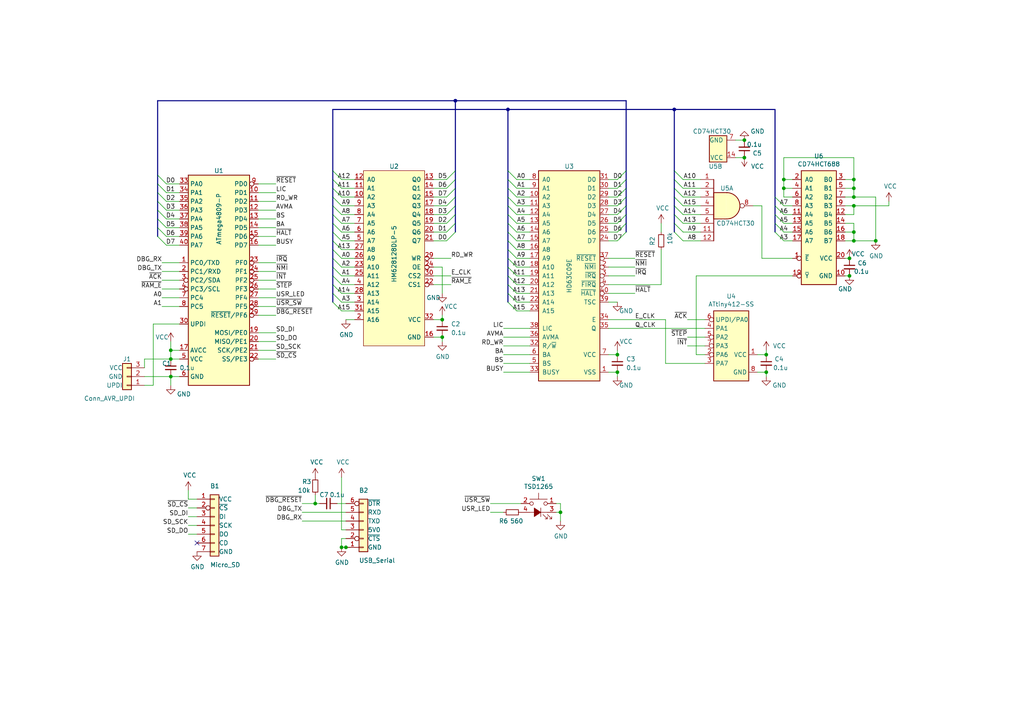
<source format=kicad_sch>
(kicad_sch (version 20211123) (generator eeschema)
  (paper "A4")
  (title_block (title "CyborgHD6309E Prototype4") (date "2021-02-05") (rev "5") (company "Tadashi G. Takaoka"))
  (lib_symbols
    (symbol "0-LocalLibrary:628128" (pin_names (offset 1.016))
      (property "Reference" "U" (at -1.27 26.67 0))
      (property "Value" "628128" (at 0 -1.27 90))
      (symbol "628128_0_0"
        (pin power_in line (at 11.43 -22.86 180) (length 2.54) (name "GND") (number "16"))
        (pin power_in line (at 11.43 -17.78 180) (length 2.54) (name "VCC") (number "32"))
      )
      (symbol "628128_1_1"
        (pin input line (at -11.43 17.78 0) (length 2.54) (name "A2") (number "10"))
        (pin input line (at -11.43 20.32 0) (length 2.54) (name "A1") (number "11"))
        (pin input line (at -11.43 22.86 0) (length 2.54) (name "A0") (number "12"))
        (pin bidirectional line (at 11.43 22.86 180) (length 2.54) (name "Q0") (number "13"))
        (pin bidirectional line (at 11.43 20.32 180) (length 2.54) (name "Q1") (number "14"))
        (pin bidirectional line (at 11.43 17.78 180) (length 2.54) (name "Q2") (number "15"))
        (pin bidirectional line (at 11.43 15.24 180) (length 2.54) (name "Q3") (number "17"))
        (pin bidirectional line (at 11.43 12.7 180) (length 2.54) (name "Q4") (number "18"))
        (pin bidirectional line (at 11.43 10.16 180) (length 2.54) (name "Q5") (number "19"))
        (pin input line (at -11.43 -17.78 0) (length 2.54) (name "A16") (number "2"))
        (pin bidirectional line (at 11.43 7.62 180) (length 2.54) (name "Q6") (number "20"))
        (pin bidirectional line (at 11.43 5.08 180) (length 2.54) (name "Q7") (number "21"))
        (pin input inverted (at 11.43 -7.62 180) (length 2.54) (name "CS1") (number "22"))
        (pin input line (at -11.43 -2.54 0) (length 2.54) (name "A10") (number "23"))
        (pin input inverted (at 11.43 -2.54 180) (length 2.54) (name "OE") (number "24"))
        (pin input line (at -11.43 -5.08 0) (length 2.54) (name "A11") (number "25"))
        (pin input line (at -11.43 0 0) (length 2.54) (name "A9") (number "26"))
        (pin input line (at -11.43 2.54 0) (length 2.54) (name "A8") (number "27"))
        (pin input line (at -11.43 -10.16 0) (length 2.54) (name "A13") (number "28"))
        (pin input inverted (at 11.43 0 180) (length 2.54) (name "WR") (number "29"))
        (pin input line (at -11.43 -12.7 0) (length 2.54) (name "A14") (number "3"))
        (pin input line (at 11.43 -5.08 180) (length 2.54) (name "CS2") (number "30"))
        (pin input line (at -11.43 -15.24 0) (length 2.54) (name "A15") (number "31"))
        (pin input line (at -11.43 -7.62 0) (length 2.54) (name "A12") (number "4"))
        (pin input line (at -11.43 5.08 0) (length 2.54) (name "A7") (number "5"))
        (pin input line (at -11.43 7.62 0) (length 2.54) (name "A6") (number "6"))
        (pin input line (at -11.43 10.16 0) (length 2.54) (name "A5") (number "7"))
        (pin input line (at -11.43 12.7 0) (length 2.54) (name "A4") (number "8"))
        (pin input line (at -11.43 15.24 0) (length 2.54) (name "A3") (number "9"))
      )
    )
    (symbol "0-LocalLibrary:74HC30" (pin_names (offset 1.016))
      (property "Reference" "U" (at -1.27 5.08 0))
      (property "Value" "74HC30" (at 0 -5.08 0))
      (symbol "74HC30_1_1"
        (pin input line (at -7.62 7.62 0) (length 3.81) (name "~") (number "1"))
        (pin input line (at -7.62 -7.62 0) (length 3.81) (name "~") (number "11"))
        (pin input line (at -7.62 -10.16 0) (length 3.81) (name "~") (number "12"))
        (pin input line (at -7.62 5.08 0) (length 3.81) (name "~") (number "2"))
        (pin input line (at -7.62 2.54 0) (length 3.81) (name "~") (number "3"))
        (pin input line (at -7.62 0 0) (length 3.81) (name "~") (number "4"))
        (pin input line (at -7.62 -2.54 0) (length 3.81) (name "~") (number "5"))
        (pin input line (at -7.62 -5.08 0) (length 3.81) (name "~") (number "6"))
        (pin output inverted (at 7.62 0 180) (length 3.81) (name "~") (number "8"))
      )
      (symbol "74HC30_1_2"
        (pin input inverted (at -7.62 7.62 0) (length 3.81) (name "~") (number "1"))
        (pin input inverted (at -7.62 -7.62 0) (length 3.81) (name "~") (number "11"))
        (pin input inverted (at -7.62 -10.16 0) (length 3.81) (name "~") (number "12"))
        (pin input inverted (at -7.62 5.08 0) (length 3.81) (name "~") (number "2"))
        (pin input inverted (at -7.62 2.54 0) (length 4.5466) (name "~") (number "3"))
        (pin input inverted (at -7.62 0 0) (length 5.08) (name "~") (number "4"))
        (pin input inverted (at -7.62 -2.54 0) (length 4.5466) (name "~") (number "5"))
        (pin input inverted (at -7.62 -5.08 0) (length 3.81) (name "~") (number "6"))
        (pin output line (at 7.62 0 180) (length 3.81) (name "~") (number "8"))
      )
      (symbol "74HC30_2_0"
        (pin power_in line (at -5.08 2.54 0) (length 2.54) (name "VCC") (number "14"))
        (pin power_in line (at -5.08 -2.54 0) (length 2.54) (name "GND") (number "7"))
      )
    )
    (symbol "0-LocalLibrary:ATmega4809-P"
      (property "Reference" "U" (at -1.27 30.48 0))
      (property "Value" "ATmega4809-P" (at -1.27 11.43 90))
      (symbol "ATmega4809-P_1_1"
        (pin output line (at -11.43 5.08 0) (length 2.54) (name "PC0/TXD") (number "1"))
        (pin input line (at 11.43 25.4 180) (length 2.54) (name "PD1") (number "10"))
        (pin input line (at 11.43 22.86 180) (length 2.54) (name "PD2") (number "11"))
        (pin input line (at 11.43 20.32 180) (length 2.54) (name "PD3") (number "12"))
        (pin input line (at 11.43 17.78 180) (length 2.54) (name "PD4") (number "13"))
        (pin input line (at 11.43 15.24 180) (length 2.54) (name "PD5") (number "14"))
        (pin output inverted (at 11.43 12.7 180) (length 2.54) (name "PD6") (number "15"))
        (pin input line (at 11.43 10.16 180) (length 2.54) (name "PD7") (number "16"))
        (pin power_in line (at -11.43 -20.32 0) (length 2.54) (name "AVCC") (number "17"))
        (pin power_in line (at -11.43 -27.94 0) (length 2.54) hide (name "GND") (number "18"))
        (pin output line (at 11.43 -15.24 180) (length 2.54) (name "MOSI/PE0") (number "19"))
        (pin input line (at -11.43 2.54 0) (length 2.54) (name "PC1/RXD") (number "2"))
        (pin input line (at 11.43 -17.78 180) (length 2.54) (name "MISO/PE1") (number "20"))
        (pin output line (at 11.43 -20.32 180) (length 2.54) (name "SCK/PE2") (number "21"))
        (pin output inverted (at 11.43 -22.86 180) (length 2.54) (name "SS/PE3") (number "22"))
        (pin output inverted (at 11.43 5.08 180) (length 2.54) (name "PF0") (number "23"))
        (pin output inverted (at 11.43 2.54 180) (length 2.54) (name "PF1") (number "24"))
        (pin input inverted (at 11.43 0 180) (length 2.54) (name "PF2") (number "25"))
        (pin output inverted (at 11.43 -2.54 180) (length 2.54) (name "PF3") (number "26"))
        (pin output line (at 11.43 -5.08 180) (length 2.54) (name "PF4") (number "27"))
        (pin input inverted (at 11.43 -7.62 180) (length 2.54) (name "PF5") (number "28"))
        (pin input inverted (at 11.43 -10.16 180) (length 2.54) (name "~{RESET}/PF6") (number "29"))
        (pin output inverted (at -11.43 0 0) (length 2.54) (name "PC2/SDA") (number "3"))
        (pin bidirectional line (at -11.43 -12.7 0) (length 2.54) (name "UPDI") (number "30"))
        (pin power_in line (at -11.43 -22.86 0) (length 2.54) hide (name "VCC") (number "31"))
        (pin power_in line (at -11.43 -27.94 0) (length 2.54) hide (name "GND") (number "32"))
        (pin bidirectional line (at -11.43 27.94 0) (length 2.54) (name "PA0") (number "33"))
        (pin bidirectional line (at -11.43 25.4 0) (length 2.54) (name "PA1") (number "34"))
        (pin bidirectional line (at -11.43 22.86 0) (length 2.54) (name "PA2") (number "35"))
        (pin bidirectional line (at -11.43 20.32 0) (length 2.54) (name "PA3") (number "36"))
        (pin bidirectional line (at -11.43 17.78 0) (length 2.54) (name "PA4") (number "37"))
        (pin bidirectional line (at -11.43 15.24 0) (length 2.54) (name "PA5") (number "38"))
        (pin bidirectional line (at -11.43 12.7 0) (length 2.54) (name "PA6") (number "39"))
        (pin output inverted (at -11.43 -2.54 0) (length 2.54) (name "PC3/SCL") (number "4"))
        (pin bidirectional line (at -11.43 10.16 0) (length 2.54) (name "PA7") (number "40"))
        (pin power_in line (at -11.43 -22.86 0) (length 2.54) (name "VCC") (number "5"))
        (pin power_in line (at -11.43 -27.94 0) (length 2.54) (name "GND") (number "6"))
        (pin input line (at -11.43 -5.08 0) (length 2.54) (name "PC4") (number "7"))
        (pin input line (at -11.43 -7.62 0) (length 2.54) (name "PC5") (number "8"))
        (pin output inverted (at 11.43 27.94 180) (length 2.54) (name "PD0") (number "9"))
      )
    )
    (symbol "0-LocalLibrary:ATtiny412-SS"
      (property "Reference" "U" (at -1.27 11.43 0))
      (property "Value" "ATtiny412-SS" (at -5.08 -11.43 0))
      (symbol "ATtiny412-SS_1_1"
        (pin power_in line (at -7.62 -2.54 0) (length 2.54) (name "VCC") (number "1"))
        (pin input inverted (at 7.62 -2.54 180) (length 2.54) (name "PA6") (number "2"))
        (pin output line (at 7.62 -5.08 180) (length 2.54) (name "PA7") (number "3"))
        (pin output line (at 7.62 5.08 180) (length 2.54) (name "PA1") (number "4"))
        (pin input inverted (at 7.62 2.54 180) (length 2.54) (name "PA2") (number "5"))
        (pin bidirectional inverted (at 7.62 7.62 180) (length 2.54) (name "UPDI/PA0") (number "6"))
        (pin output inverted (at 7.62 0 180) (length 2.54) (name "PA3") (number "7"))
        (pin power_in line (at -7.62 -7.62 0) (length 2.54) (name "GND") (number "8"))
      )
    )
    (symbol "0-LocalLibrary:CD74HCT688" (pin_names (offset 1.016))
      (property "Reference" "U" (at -1.27 17.78 0))
      (property "Value" "CD74HCT688" (at 0 0 90))
      (symbol "CD74HCT688_1_0"
        (pin input inverted (at 7.62 -8.89 180) (length 2.54) (name "~{E}") (number "1"))
        (pin power_in line (at -7.62 -13.97 0) (length 2.54) (name "GND") (number "10"))
        (pin input line (at 7.62 3.81 180) (length 2.54) (name "A4") (number "11"))
        (pin input line (at -7.62 3.81 0) (length 2.54) (name "B4") (number "12"))
        (pin input line (at 7.62 1.27 180) (length 2.54) (name "A5") (number "13"))
        (pin input line (at -7.62 1.27 0) (length 2.54) (name "B5") (number "14"))
        (pin input line (at 7.62 -1.27 180) (length 2.54) (name "A6") (number "15"))
        (pin input line (at -7.62 -1.27 0) (length 2.54) (name "B6") (number "16"))
        (pin input line (at 7.62 -3.81 180) (length 2.54) (name "A7") (number "17"))
        (pin input line (at -7.62 -3.81 0) (length 2.54) (name "B7") (number "18"))
        (pin output inverted (at 7.62 -13.97 180) (length 2.54) (name "~{Y}") (number "19"))
        (pin input line (at 7.62 13.97 180) (length 2.54) (name "A0") (number "2"))
        (pin power_in line (at -7.62 -8.89 0) (length 2.54) (name "VCC") (number "20"))
        (pin input line (at -7.62 13.97 0) (length 2.54) (name "B0") (number "3"))
        (pin input line (at 7.62 11.43 180) (length 2.54) (name "A1") (number "4"))
        (pin input line (at -7.62 11.43 0) (length 2.54) (name "B1") (number "5"))
        (pin input line (at 7.62 8.89 180) (length 2.54) (name "A2") (number "6"))
        (pin input line (at -7.62 8.89 0) (length 2.54) (name "B2") (number "7"))
        (pin input line (at 7.62 6.35 180) (length 2.54) (name "A3") (number "8"))
        (pin input line (at -7.62 6.35 0) (length 2.54) (name "B3") (number "9"))
      )
    )
    (symbol "0-LocalLibrary:Conn_AVR_UPDI" (pin_names (offset 2.54))
      (property "Reference" "J" (at 0 7.62 0))
      (property "Value" "Conn_AVR_UPDI" (at 0 -2.54 0))
      (symbol "Conn_AVR_UPDI_1_1"
        (pin bidirectional line (at -5.08 5.08 0) (length 3.81) (name "UPDI") (number "1"))
        (pin passive line (at -5.08 2.54 0) (length 3.81) (name "GND") (number "2"))
        (pin passive line (at -5.08 0 0) (length 3.81) (name "VCC") (number "3"))
      )
    )
    (symbol "0-LocalLibrary:HD63C09E" (pin_names (offset 1.016))
      (property "Reference" "U" (at 0 31.75 0))
      (property "Value" "HD63C09E" (at 0 3.81 90))
      (symbol "HD63C09E_1_1"
        (pin power_in line (at -11.43 -27.94 0) (length 2.54) (name "VSS") (number "1"))
        (pin output line (at 11.43 22.86 180) (length 2.54) (name "A2") (number "10"))
        (pin output line (at 11.43 20.32 180) (length 2.54) (name "A3") (number "11"))
        (pin output line (at 11.43 17.78 180) (length 2.54) (name "A4") (number "12"))
        (pin output line (at 11.43 15.24 180) (length 2.54) (name "A5") (number "13"))
        (pin output line (at 11.43 12.7 180) (length 2.54) (name "A6") (number "14"))
        (pin output line (at 11.43 10.16 180) (length 2.54) (name "A7") (number "15"))
        (pin output line (at 11.43 7.62 180) (length 2.54) (name "A8") (number "16"))
        (pin output line (at 11.43 5.08 180) (length 2.54) (name "A9") (number "17"))
        (pin output line (at 11.43 2.54 180) (length 2.54) (name "A10") (number "18"))
        (pin output line (at 11.43 0 180) (length 2.54) (name "A11") (number "19"))
        (pin input inverted (at -11.43 2.54 0) (length 2.54) (name "~{NMI}") (number "2"))
        (pin output line (at 11.43 -2.54 180) (length 2.54) (name "A12") (number "20"))
        (pin output line (at 11.43 -5.08 180) (length 2.54) (name "A13") (number "21"))
        (pin output line (at 11.43 -7.62 180) (length 2.54) (name "A14") (number "22"))
        (pin output line (at 11.43 -10.16 180) (length 2.54) (name "A15") (number "23"))
        (pin bidirectional line (at -11.43 10.16 0) (length 2.54) (name "D7") (number "24"))
        (pin bidirectional line (at -11.43 12.7 0) (length 2.54) (name "D6") (number "25"))
        (pin bidirectional line (at -11.43 15.24 0) (length 2.54) (name "D5") (number "26"))
        (pin bidirectional line (at -11.43 17.78 0) (length 2.54) (name "D4") (number "27"))
        (pin bidirectional line (at -11.43 20.32 0) (length 2.54) (name "D3") (number "28"))
        (pin bidirectional line (at -11.43 22.86 0) (length 2.54) (name "D2") (number "29"))
        (pin input inverted (at -11.43 0 0) (length 2.54) (name "~{IRQ}") (number "3"))
        (pin bidirectional line (at -11.43 25.4 0) (length 2.54) (name "D1") (number "30"))
        (pin bidirectional line (at -11.43 27.94 0) (length 2.54) (name "D0") (number "31"))
        (pin output line (at 11.43 -20.32 180) (length 2.54) (name "R/~{W}") (number "32"))
        (pin output line (at 11.43 -27.94 180) (length 2.54) (name "BUSY") (number "33"))
        (pin input line (at -11.43 -12.7 0) (length 2.54) (name "E") (number "34"))
        (pin input line (at -11.43 -15.24 0) (length 2.54) (name "Q") (number "35"))
        (pin output line (at 11.43 -17.78 180) (length 2.54) (name "AVMA") (number "36"))
        (pin input inverted (at -11.43 5.08 0) (length 2.54) (name "~{RESET}") (number "37"))
        (pin output line (at 11.43 -15.24 180) (length 2.54) (name "LIC") (number "38"))
        (pin input line (at -11.43 -7.62 0) (length 2.54) (name "TSC") (number "39"))
        (pin input inverted (at -11.43 -2.54 0) (length 2.54) (name "~{FIRQ}") (number "4"))
        (pin input inverted (at -11.43 -5.08 0) (length 2.54) (name "~{HALT}") (number "40"))
        (pin output line (at 11.43 -25.4 180) (length 2.54) (name "BS") (number "5"))
        (pin output line (at 11.43 -22.86 180) (length 2.54) (name "BA") (number "6"))
        (pin power_in line (at -11.43 -22.86 0) (length 2.54) (name "VCC") (number "7"))
        (pin output line (at 11.43 27.94 180) (length 2.54) (name "A0") (number "8"))
        (pin output line (at 11.43 25.4 180) (length 2.54) (name "A1") (number "9"))
      )
    )
    (symbol "0-LocalLibrary:Micro_SD" (pin_names (offset 2.54))
      (property "Reference" "B" (at 0 10.16 0))
      (property "Value" "Micro_SD" (at 0 -10.16 0))
      (symbol "Micro_SD_1_1"
        (pin power_in line (at -5.08 7.62 0) (length 3.81) (name "VCC") (number "1"))
        (pin input inverted (at -5.08 5.08 0) (length 3.81) (name "~{CS}") (number "2"))
        (pin input line (at -5.08 2.54 0) (length 3.81) (name "DI") (number "3"))
        (pin input line (at -5.08 0 0) (length 3.81) (name "SCK") (number "4"))
        (pin output line (at -5.08 -2.54 0) (length 3.81) (name "DO") (number "5"))
        (pin output line (at -5.08 -5.08 0) (length 3.81) (name "CD") (number "6"))
        (pin power_in line (at -5.08 -7.62 0) (length 3.81) (name "GND") (number "7"))
      )
    )
    (symbol "0-LocalLibrary:SW_Push_LED" (pin_names (offset 1.016) hide)
      (property "Reference" "SW" (at 0.635 5.715 0))
      (property "Value" "SW_Push_LED" (at 0 -3.175 0))
      (symbol "SW_Push_LED_0_1"
        (pin passive line (at -5.08 2.54 0) (length 2.54) (name "1") (number "1"))
        (pin passive line (at 5.08 2.54 180) (length 2.54) (name "2") (number "2"))
        (pin passive line (at -5.08 0 0) (length 2.54) (name "K") (number "3"))
        (pin passive line (at 5.08 0 180) (length 2.54) (name "A") (number "4"))
      )
    )
    (symbol "0-LocalLibrary:USB_Serial" (pin_names (offset 2.54))
      (property "Reference" "B" (at 0 7.62 0))
      (property "Value" "USB_Serial" (at 0 -10.16 0))
      (symbol "USB_Serial_1_1"
        (pin power_out line (at -5.08 -7.62 0) (length 3.81) (name "GND") (number "1"))
        (pin input inverted (at -5.08 -5.08 0) (length 3.81) (name "~{CTS}") (number "2"))
        (pin power_out line (at -5.08 -2.54 0) (length 3.81) (name "5V0") (number "3"))
        (pin input line (at -5.08 0 0) (length 3.81) (name "TXD") (number "4"))
        (pin output line (at -5.08 2.54 0) (length 3.81) (name "RXD") (number "5"))
        (pin output inverted (at -5.08 5.08 0) (length 3.81) (name "~{DTR}") (number "6"))
      )
    )
    (symbol "Device:C_Small" (pin_numbers hide) (pin_names (offset 0.254) hide)
      (property "Reference" "C" (at 0.254 1.778 0))
      (property "Value" "C_Small" (at 0.254 -2.032 0))
      (symbol "C_Small_1_1"
        (pin passive line (at 0 2.54 270) (length 2.032) (name "~") (number "1"))
        (pin passive line (at 0 -2.54 90) (length 2.032) (name "~") (number "2"))
      )
    )
    (symbol "Device:R_Small" (pin_numbers hide) (pin_names (offset 0.254) hide)
      (property "Reference" "R" (at 0.762 0.508 0))
      (property "Value" "R_Small" (at 0.762 -1.016 0))
      (symbol "R_Small_1_1"
        (pin passive line (at 0 2.54 270) (length 0.762) (name "~") (number "1"))
        (pin passive line (at 0 -2.54 90) (length 0.762) (name "~") (number "2"))
      )
    )
    (symbol "power:GND" (power) (pin_names (offset 0))
      (property "Value" "GND" (at 0 -3.81 0))
      (symbol "GND_1_1"
        (pin power_in line (at 0 0 270) (length 0) hide (name "GND") (number "1"))
      )
    )
    (symbol "power:VCC" (power) (pin_names (offset 0))
      (property "Value" "VCC" (at 0 3.81 0))
      (symbol "VCC_1_1"
        (pin power_in line (at 0 0 90) (length 0) hide (name "VCC") (number "1"))
      )
    )
  )
  (junction (at 128.27 97.79))
  (junction (at 99.06 158.75))
  (junction (at 162.56 148.59))
  (junction (at 215.9 40.64))
  (junction (at 215.9 45.72))
  (junction (at 227.33 52.07))
  (junction (at 179.07 102.87))
  (junction (at 222.25 107.95))
  (junction (at 195.58 31.75))
  (junction (at 227.33 54.61))
  (junction (at 49.53 104.14))
  (junction (at 49.53 109.22))
  (junction (at 247.65 52.07))
  (junction (at 91.44 146.05))
  (junction (at 179.07 107.95))
  (junction (at 254 69.85))
  (junction (at 132.08 29.21))
  (junction (at 247.65 59.69))
  (junction (at 247.65 69.85))
  (junction (at 128.27 92.71))
  (junction (at 247.65 54.61))
  (junction (at 247.65 57.15))
  (junction (at 147.32 31.75))
  (junction (at 246.38 80.01))
  (junction (at 246.38 74.93))
  (junction (at 49.53 101.6))
  (junction (at 247.65 67.31))
  (junction (at 222.25 102.87))
  (junction (at 100.33 158.75))
  (no_connect (at 57.15 157.48))
  (bus_entry (at 96.52 54.61) (size 2.54 2.54))
  (bus_entry (at 45.72 63.5) (size 2.54 2.54))
  (bus_entry (at 147.32 57.15) (size 2.54 2.54))
  (bus_entry (at 129.54 59.69) (size 2.54 -2.54))
  (bus_entry (at 224.79 67.31) (size 2.54 2.54))
  (bus_entry (at 147.32 85.09) (size 2.54 2.54))
  (bus_entry (at 45.72 50.8) (size 2.54 2.54))
  (bus_entry (at 179.07 54.61) (size 2.54 -2.54))
  (bus_entry (at 147.32 77.47) (size 2.54 2.54))
  (bus_entry (at 147.32 72.39) (size 2.54 2.54))
  (bus_entry (at 96.52 87.63) (size 2.54 2.54))
  (bus_entry (at 224.79 62.23) (size 2.54 2.54))
  (bus_entry (at 179.07 59.69) (size 2.54 -2.54))
  (bus_entry (at 198.12 64.77) (size -2.54 -2.54))
  (bus_entry (at 129.54 64.77) (size 2.54 -2.54))
  (bus_entry (at 147.32 74.93) (size 2.54 2.54))
  (bus_entry (at 96.52 72.39) (size 2.54 2.54))
  (bus_entry (at 96.52 85.09) (size 2.54 2.54))
  (bus_entry (at 224.79 64.77) (size 2.54 2.54))
  (bus_entry (at 179.07 62.23) (size 2.54 -2.54))
  (bus_entry (at 96.52 59.69) (size 2.54 2.54))
  (bus_entry (at 198.12 69.85) (size -2.54 -2.54))
  (bus_entry (at 129.54 62.23) (size 2.54 -2.54))
  (bus_entry (at 198.12 54.61) (size -2.54 -2.54))
  (bus_entry (at 179.07 69.85) (size 2.54 -2.54))
  (bus_entry (at 96.52 69.85) (size 2.54 2.54))
  (bus_entry (at 147.32 64.77) (size 2.54 2.54))
  (bus_entry (at 224.79 57.15) (size 2.54 2.54))
  (bus_entry (at 96.52 82.55) (size 2.54 2.54))
  (bus_entry (at 45.72 68.58) (size 2.54 2.54))
  (bus_entry (at 129.54 52.07) (size 2.54 -2.54))
  (bus_entry (at 179.07 57.15) (size 2.54 -2.54))
  (bus_entry (at 45.72 55.88) (size 2.54 2.54))
  (bus_entry (at 96.52 52.07) (size 2.54 2.54))
  (bus_entry (at 198.12 62.23) (size -2.54 -2.54))
  (bus_entry (at 195.58 64.77) (size 2.54 2.54))
  (bus_entry (at 147.32 59.69) (size 2.54 2.54))
  (bus_entry (at 45.72 53.34) (size 2.54 2.54))
  (bus_entry (at 147.32 54.61) (size 2.54 2.54))
  (bus_entry (at 96.52 64.77) (size 2.54 2.54))
  (bus_entry (at 45.72 66.04) (size 2.54 2.54))
  (bus_entry (at 45.72 60.96) (size 2.54 2.54))
  (bus_entry (at 147.32 49.53) (size 2.54 2.54))
  (bus_entry (at 129.54 54.61) (size 2.54 -2.54))
  (bus_entry (at 179.07 67.31) (size 2.54 -2.54))
  (bus_entry (at 96.52 67.31) (size 2.54 2.54))
  (bus_entry (at 96.52 62.23) (size 2.54 2.54))
  (bus_entry (at 147.32 62.23) (size 2.54 2.54))
  (bus_entry (at 129.54 67.31) (size 2.54 -2.54))
  (bus_entry (at 147.32 82.55) (size 2.54 2.54))
  (bus_entry (at 96.52 74.93) (size 2.54 2.54))
  (bus_entry (at 129.54 69.85) (size 2.54 -2.54))
  (bus_entry (at 147.32 67.31) (size 2.54 2.54))
  (bus_entry (at 96.52 77.47) (size 2.54 2.54))
  (bus_entry (at 224.79 59.69) (size 2.54 2.54))
  (bus_entry (at 198.12 52.07) (size -2.54 -2.54))
  (bus_entry (at 179.07 52.07) (size 2.54 -2.54))
  (bus_entry (at 96.52 57.15) (size 2.54 2.54))
  (bus_entry (at 96.52 49.53) (size 2.54 2.54))
  (bus_entry (at 147.32 80.01) (size 2.54 2.54))
  (bus_entry (at 147.32 87.63) (size 2.54 2.54))
  (bus_entry (at 179.07 64.77) (size 2.54 -2.54))
  (bus_entry (at 198.12 57.15) (size -2.54 -2.54))
  (bus_entry (at 147.32 69.85) (size 2.54 2.54))
  (bus_entry (at 198.12 59.69) (size -2.54 -2.54))
  (bus_entry (at 45.72 58.42) (size 2.54 2.54))
  (bus_entry (at 96.52 80.01) (size 2.54 2.54))
  (bus_entry (at 129.54 57.15) (size 2.54 -2.54))
  (bus_entry (at 147.32 52.07) (size 2.54 2.54))
  (wire (pts (xy 146.05 97.79) (xy 153.67 97.79)))
  (wire (pts (xy 80.01 104.14) (xy 74.93 104.14)))
  (wire (pts (xy 74.93 53.34) (xy 80.01 53.34)))
  (wire (pts (xy 245.11 74.93) (xy 246.38 74.93)))
  (wire (pts (xy 198.12 54.61) (xy 203.2 54.61)))
  (wire (pts (xy 74.93 71.12) (xy 80.01 71.12)))
  (wire (pts (xy 227.33 62.23) (xy 229.87 62.23)))
  (bus (pts (xy 132.08 29.21) (xy 132.08 49.53)))
  (wire (pts (xy 176.53 69.85) (xy 179.07 69.85)))
  (wire (pts (xy 193.04 105.41) (xy 204.47 105.41)))
  (wire (pts (xy 227.33 45.72) (xy 247.65 45.72)))
  (bus (pts (xy 181.61 29.21) (xy 181.61 49.53)))
  (wire (pts (xy 203.2 69.85) (xy 198.12 69.85)))
  (wire (pts (xy 125.73 57.15) (xy 129.54 57.15)))
  (bus (pts (xy 132.08 29.21) (xy 181.61 29.21)))
  (wire (pts (xy 99.06 85.09) (xy 102.87 85.09)))
  (wire (pts (xy 149.86 90.17) (xy 153.67 90.17)))
  (wire (pts (xy 204.47 97.79) (xy 199.39 97.79)))
  (wire (pts (xy 49.53 109.22) (xy 49.53 111.76)))
  (wire (pts (xy 125.73 62.23) (xy 129.54 62.23)))
  (wire (pts (xy 128.27 97.79) (xy 125.73 97.79)))
  (wire (pts (xy 149.86 62.23) (xy 153.67 62.23)))
  (bus (pts (xy 147.32 59.69) (xy 147.32 62.23)))
  (wire (pts (xy 146.05 105.41) (xy 153.67 105.41)))
  (wire (pts (xy 99.06 158.75) (xy 100.33 158.75)))
  (wire (pts (xy 247.65 69.85) (xy 254 69.85)))
  (wire (pts (xy 41.91 111.76) (xy 44.45 111.76)))
  (bus (pts (xy 96.52 54.61) (xy 96.52 57.15)))
  (bus (pts (xy 181.61 49.53) (xy 181.61 52.07)))
  (wire (pts (xy 52.07 83.82) (xy 46.99 83.82)))
  (wire (pts (xy 227.33 52.07) (xy 229.87 52.07)))
  (bus (pts (xy 224.79 59.69) (xy 224.79 62.23)))
  (wire (pts (xy 149.86 87.63) (xy 153.67 87.63)))
  (wire (pts (xy 74.93 66.04) (xy 80.01 66.04)))
  (wire (pts (xy 91.44 146.05) (xy 92.71 146.05)))
  (bus (pts (xy 96.52 49.53) (xy 96.52 52.07)))
  (wire (pts (xy 213.36 45.72) (xy 215.9 45.72)))
  (bus (pts (xy 132.08 62.23) (xy 132.08 64.77)))
  (bus (pts (xy 96.52 69.85) (xy 96.52 72.39)))
  (wire (pts (xy 247.65 52.07) (xy 247.65 54.61)))
  (bus (pts (xy 96.52 82.55) (xy 96.52 85.09)))
  (wire (pts (xy 44.45 111.76) (xy 44.45 93.98)))
  (wire (pts (xy 176.53 92.71) (xy 193.04 92.71)))
  (wire (pts (xy 161.29 146.05) (xy 162.56 146.05)))
  (bus (pts (xy 132.08 64.77) (xy 132.08 67.31)))
  (wire (pts (xy 125.73 92.71) (xy 128.27 92.71)))
  (wire (pts (xy 149.86 57.15) (xy 153.67 57.15)))
  (wire (pts (xy 99.06 80.01) (xy 102.87 80.01)))
  (wire (pts (xy 149.86 74.93) (xy 153.67 74.93)))
  (wire (pts (xy 57.15 147.32) (xy 54.61 147.32)))
  (bus (pts (xy 224.79 64.77) (xy 224.79 67.31)))
  (wire (pts (xy 220.98 74.93) (xy 229.87 74.93)))
  (bus (pts (xy 45.72 60.96) (xy 45.72 63.5)))
  (wire (pts (xy 247.65 45.72) (xy 247.65 52.07)))
  (wire (pts (xy 100.33 156.21) (xy 99.06 156.21)))
  (wire (pts (xy 99.06 138.43) (xy 99.06 153.67)))
  (bus (pts (xy 195.58 49.53) (xy 195.58 52.07)))
  (bus (pts (xy 147.32 31.75) (xy 195.58 31.75)))
  (wire (pts (xy 46.99 76.2) (xy 52.07 76.2)))
  (wire (pts (xy 57.15 154.94) (xy 54.61 154.94)))
  (wire (pts (xy 149.86 82.55) (xy 153.67 82.55)))
  (wire (pts (xy 99.06 156.21) (xy 99.06 158.75)))
  (bus (pts (xy 181.61 57.15) (xy 181.61 59.69)))
  (bus (pts (xy 181.61 54.61) (xy 181.61 57.15)))
  (bus (pts (xy 96.52 59.69) (xy 96.52 62.23)))
  (wire (pts (xy 74.93 86.36) (xy 80.01 86.36)))
  (wire (pts (xy 128.27 77.47) (xy 128.27 85.09)))
  (wire (pts (xy 100.33 158.75) (xy 101.6 158.75)))
  (wire (pts (xy 125.73 80.01) (xy 130.81 80.01)))
  (wire (pts (xy 176.53 102.87) (xy 179.07 102.87)))
  (wire (pts (xy 198.12 52.07) (xy 203.2 52.07)))
  (bus (pts (xy 132.08 49.53) (xy 132.08 52.07)))
  (wire (pts (xy 149.86 85.09) (xy 153.67 85.09)))
  (wire (pts (xy 142.24 148.59) (xy 146.05 148.59)))
  (wire (pts (xy 74.93 101.6) (xy 80.01 101.6)))
  (wire (pts (xy 227.33 67.31) (xy 229.87 67.31)))
  (wire (pts (xy 74.93 68.58) (xy 80.01 68.58)))
  (bus (pts (xy 45.72 29.21) (xy 45.72 50.8)))
  (wire (pts (xy 41.91 109.22) (xy 49.53 109.22)))
  (wire (pts (xy 57.15 152.4) (xy 54.61 152.4)))
  (bus (pts (xy 147.32 31.75) (xy 147.32 49.53)))
  (wire (pts (xy 204.47 100.33) (xy 199.39 100.33)))
  (bus (pts (xy 96.52 64.77) (xy 96.52 67.31)))
  (wire (pts (xy 254 57.15) (xy 254 69.85)))
  (wire (pts (xy 146.05 102.87) (xy 153.67 102.87)))
  (wire (pts (xy 99.06 87.63) (xy 102.87 87.63)))
  (wire (pts (xy 149.86 72.39) (xy 153.67 72.39)))
  (wire (pts (xy 99.06 64.77) (xy 102.87 64.77)))
  (wire (pts (xy 247.65 57.15) (xy 247.65 54.61)))
  (wire (pts (xy 52.07 88.9) (xy 46.99 88.9)))
  (wire (pts (xy 227.33 54.61) (xy 227.33 52.07)))
  (wire (pts (xy 222.25 101.6) (xy 222.25 102.87)))
  (wire (pts (xy 48.26 63.5) (xy 52.07 63.5)))
  (wire (pts (xy 48.26 58.42) (xy 52.07 58.42)))
  (wire (pts (xy 204.47 92.71) (xy 199.39 92.71)))
  (wire (pts (xy 149.86 52.07) (xy 153.67 52.07)))
  (bus (pts (xy 132.08 59.69) (xy 132.08 62.23)))
  (bus (pts (xy 195.58 57.15) (xy 195.58 59.69)))
  (wire (pts (xy 219.71 102.87) (xy 222.25 102.87)))
  (wire (pts (xy 99.06 77.47) (xy 102.87 77.47)))
  (wire (pts (xy 247.65 59.69) (xy 257.81 59.69)))
  (wire (pts (xy 57.15 149.86) (xy 54.61 149.86)))
  (wire (pts (xy 257.81 59.69) (xy 257.81 58.42)))
  (wire (pts (xy 125.73 67.31) (xy 129.54 67.31)))
  (bus (pts (xy 96.52 31.75) (xy 147.32 31.75)))
  (bus (pts (xy 147.32 57.15) (xy 147.32 59.69)))
  (wire (pts (xy 245.11 67.31) (xy 247.65 67.31)))
  (wire (pts (xy 198.12 59.69) (xy 203.2 59.69)))
  (wire (pts (xy 74.93 91.44) (xy 80.01 91.44)))
  (wire (pts (xy 49.53 104.14) (xy 49.53 101.6)))
  (bus (pts (xy 96.52 72.39) (xy 96.52 74.93)))
  (wire (pts (xy 41.91 104.14) (xy 41.91 106.68)))
  (wire (pts (xy 99.06 72.39) (xy 102.87 72.39)))
  (bus (pts (xy 147.32 54.61) (xy 147.32 57.15)))
  (bus (pts (xy 224.79 62.23) (xy 224.79 64.77)))
  (wire (pts (xy 44.45 93.98) (xy 52.07 93.98)))
  (wire (pts (xy 193.04 92.71) (xy 193.04 105.41)))
  (wire (pts (xy 146.05 95.25) (xy 153.67 95.25)))
  (wire (pts (xy 99.06 90.17) (xy 102.87 90.17)))
  (wire (pts (xy 74.93 60.96) (xy 80.01 60.96)))
  (wire (pts (xy 49.53 109.22) (xy 52.07 109.22)))
  (wire (pts (xy 162.56 148.59) (xy 162.56 151.13)))
  (wire (pts (xy 52.07 78.74) (xy 46.99 78.74)))
  (wire (pts (xy 227.33 64.77) (xy 229.87 64.77)))
  (wire (pts (xy 49.53 104.14) (xy 41.91 104.14)))
  (wire (pts (xy 99.06 62.23) (xy 102.87 62.23)))
  (bus (pts (xy 195.58 54.61) (xy 195.58 57.15)))
  (wire (pts (xy 247.65 67.31) (xy 247.65 69.85)))
  (wire (pts (xy 179.07 109.22) (xy 179.07 107.95)))
  (bus (pts (xy 181.61 52.07) (xy 181.61 54.61)))
  (bus (pts (xy 147.32 82.55) (xy 147.32 85.09)))
  (wire (pts (xy 201.93 80.01) (xy 229.87 80.01)))
  (bus (pts (xy 45.72 58.42) (xy 45.72 60.96)))
  (wire (pts (xy 74.93 88.9) (xy 80.01 88.9)))
  (bus (pts (xy 147.32 77.47) (xy 147.32 80.01)))
  (wire (pts (xy 125.73 59.69) (xy 129.54 59.69)))
  (wire (pts (xy 218.44 59.69) (xy 220.98 59.69)))
  (bus (pts (xy 147.32 85.09) (xy 147.32 87.63)))
  (wire (pts (xy 153.67 107.95) (xy 146.05 107.95)))
  (wire (pts (xy 222.25 107.95) (xy 219.71 107.95)))
  (wire (pts (xy 125.73 52.07) (xy 129.54 52.07)))
  (bus (pts (xy 45.72 53.34) (xy 45.72 55.88)))
  (wire (pts (xy 204.47 102.87) (xy 201.93 102.87)))
  (wire (pts (xy 99.06 82.55) (xy 102.87 82.55)))
  (wire (pts (xy 87.63 146.05) (xy 91.44 146.05)))
  (bus (pts (xy 147.32 64.77) (xy 147.32 67.31)))
  (wire (pts (xy 99.06 57.15) (xy 102.87 57.15)))
  (wire (pts (xy 87.63 148.59) (xy 100.33 148.59)))
  (wire (pts (xy 100.33 92.71) (xy 102.87 92.71)))
  (wire (pts (xy 198.12 57.15) (xy 203.2 57.15)))
  (wire (pts (xy 149.86 80.01) (xy 153.67 80.01)))
  (wire (pts (xy 227.33 59.69) (xy 229.87 59.69)))
  (bus (pts (xy 96.52 77.47) (xy 96.52 80.01)))
  (wire (pts (xy 125.73 54.61) (xy 129.54 54.61)))
  (wire (pts (xy 176.53 107.95) (xy 179.07 107.95)))
  (wire (pts (xy 99.06 54.61) (xy 102.87 54.61)))
  (wire (pts (xy 99.06 59.69) (xy 102.87 59.69)))
  (bus (pts (xy 45.72 50.8) (xy 45.72 53.34)))
  (bus (pts (xy 96.52 85.09) (xy 96.52 87.63)))
  (wire (pts (xy 191.77 82.55) (xy 191.77 72.39)))
  (bus (pts (xy 195.58 62.23) (xy 195.58 64.77)))
  (wire (pts (xy 52.07 86.36) (xy 46.99 86.36)))
  (wire (pts (xy 125.73 64.77) (xy 129.54 64.77)))
  (wire (pts (xy 91.44 143.51) (xy 91.44 146.05)))
  (bus (pts (xy 224.79 57.15) (xy 224.79 59.69)))
  (bus (pts (xy 195.58 31.75) (xy 195.58 49.53)))
  (wire (pts (xy 198.12 62.23) (xy 203.2 62.23)))
  (bus (pts (xy 195.58 52.07) (xy 195.58 54.61)))
  (wire (pts (xy 245.11 64.77) (xy 247.65 64.77)))
  (wire (pts (xy 176.53 57.15) (xy 179.07 57.15)))
  (wire (pts (xy 48.26 55.88) (xy 52.07 55.88)))
  (bus (pts (xy 147.32 74.93) (xy 147.32 77.47)))
  (bus (pts (xy 96.52 52.07) (xy 96.52 54.61)))
  (wire (pts (xy 149.86 69.85) (xy 153.67 69.85)))
  (bus (pts (xy 147.32 49.53) (xy 147.32 52.07)))
  (wire (pts (xy 125.73 69.85) (xy 129.54 69.85)))
  (wire (pts (xy 128.27 91.44) (xy 128.27 92.71)))
  (bus (pts (xy 195.58 31.75) (xy 224.79 31.75)))
  (bus (pts (xy 96.52 31.75) (xy 96.52 49.53)))
  (wire (pts (xy 176.53 82.55) (xy 191.77 82.55)))
  (wire (pts (xy 227.33 57.15) (xy 227.33 54.61)))
  (wire (pts (xy 201.93 102.87) (xy 201.93 80.01)))
  (bus (pts (xy 195.58 59.69) (xy 195.58 62.23)))
  (wire (pts (xy 176.53 62.23) (xy 179.07 62.23)))
  (wire (pts (xy 245.11 69.85) (xy 247.65 69.85)))
  (wire (pts (xy 247.65 64.77) (xy 247.65 67.31)))
  (wire (pts (xy 191.77 64.77) (xy 191.77 67.31)))
  (wire (pts (xy 227.33 69.85) (xy 229.87 69.85)))
  (bus (pts (xy 132.08 54.61) (xy 132.08 57.15)))
  (wire (pts (xy 229.87 54.61) (xy 227.33 54.61)))
  (wire (pts (xy 176.53 80.01) (xy 184.15 80.01)))
  (wire (pts (xy 227.33 57.15) (xy 229.87 57.15)))
  (wire (pts (xy 176.53 87.63) (xy 179.07 87.63)))
  (wire (pts (xy 52.07 101.6) (xy 49.53 101.6)))
  (wire (pts (xy 162.56 146.05) (xy 162.56 148.59)))
  (wire (pts (xy 222.25 107.95) (xy 222.25 109.22)))
  (bus (pts (xy 147.32 72.39) (xy 147.32 74.93)))
  (bus (pts (xy 45.72 55.88) (xy 45.72 58.42)))
  (bus (pts (xy 224.79 31.75) (xy 224.79 57.15)))
  (wire (pts (xy 48.26 71.12) (xy 52.07 71.12)))
  (wire (pts (xy 161.29 148.59) (xy 162.56 148.59)))
  (wire (pts (xy 87.63 151.13) (xy 100.33 151.13)))
  (bus (pts (xy 147.32 52.07) (xy 147.32 54.61)))
  (wire (pts (xy 245.11 80.01) (xy 246.38 80.01)))
  (wire (pts (xy 247.65 54.61) (xy 245.11 54.61)))
  (bus (pts (xy 147.32 62.23) (xy 147.32 64.77)))
  (wire (pts (xy 48.26 60.96) (xy 52.07 60.96)))
  (bus (pts (xy 195.58 64.77) (xy 195.58 67.31)))
  (wire (pts (xy 176.53 64.77) (xy 179.07 64.77)))
  (bus (pts (xy 132.08 52.07) (xy 132.08 54.61)))
  (wire (pts (xy 74.93 81.28) (xy 80.01 81.28)))
  (wire (pts (xy 48.26 66.04) (xy 52.07 66.04)))
  (wire (pts (xy 80.01 99.06) (xy 74.93 99.06)))
  (wire (pts (xy 99.06 153.67) (xy 100.33 153.67)))
  (wire (pts (xy 74.93 63.5) (xy 80.01 63.5)))
  (wire (pts (xy 245.11 62.23) (xy 247.65 62.23)))
  (bus (pts (xy 45.72 63.5) (xy 45.72 66.04)))
  (wire (pts (xy 176.53 85.09) (xy 184.15 85.09)))
  (wire (pts (xy 125.73 74.93) (xy 130.81 74.93)))
  (wire (pts (xy 227.33 52.07) (xy 227.33 45.72)))
  (wire (pts (xy 245.11 57.15) (xy 247.65 57.15)))
  (wire (pts (xy 142.24 146.05) (xy 151.13 146.05)))
  (wire (pts (xy 54.61 142.24) (xy 54.61 144.78)))
  (bus (pts (xy 45.72 66.04) (xy 45.72 68.58)))
  (wire (pts (xy 149.86 54.61) (xy 153.67 54.61)))
  (wire (pts (xy 46.99 81.28) (xy 52.07 81.28)))
  (wire (pts (xy 149.86 59.69) (xy 153.67 59.69)))
  (wire (pts (xy 48.26 53.34) (xy 52.07 53.34)))
  (wire (pts (xy 247.65 57.15) (xy 254 57.15)))
  (wire (pts (xy 245.11 59.69) (xy 247.65 59.69)))
  (wire (pts (xy 52.07 104.14) (xy 49.53 104.14)))
  (wire (pts (xy 100.33 146.05) (xy 97.79 146.05)))
  (bus (pts (xy 181.61 62.23) (xy 181.61 64.77)))
  (wire (pts (xy 176.53 59.69) (xy 179.07 59.69)))
  (bus (pts (xy 45.72 29.21) (xy 132.08 29.21)))
  (wire (pts (xy 74.93 55.88) (xy 80.01 55.88)))
  (wire (pts (xy 57.15 144.78) (xy 54.61 144.78)))
  (wire (pts (xy 125.73 77.47) (xy 128.27 77.47)))
  (bus (pts (xy 96.52 67.31) (xy 96.52 69.85)))
  (wire (pts (xy 213.36 40.64) (xy 215.9 40.64)))
  (bus (pts (xy 181.61 59.69) (xy 181.61 62.23)))
  (bus (pts (xy 96.52 57.15) (xy 96.52 59.69)))
  (bus (pts (xy 132.08 57.15) (xy 132.08 59.69)))
  (wire (pts (xy 128.27 97.79) (xy 128.27 99.06)))
  (wire (pts (xy 49.53 101.6) (xy 49.53 99.06)))
  (bus (pts (xy 96.52 80.01) (xy 96.52 82.55)))
  (bus (pts (xy 147.32 67.31) (xy 147.32 69.85)))
  (wire (pts (xy 149.86 67.31) (xy 153.67 67.31)))
  (wire (pts (xy 125.73 82.55) (xy 130.81 82.55)))
  (wire (pts (xy 48.26 68.58) (xy 52.07 68.58)))
  (wire (pts (xy 198.12 67.31) (xy 203.2 67.31)))
  (wire (pts (xy 74.93 76.2) (xy 80.01 76.2)))
  (wire (pts (xy 99.06 52.07) (xy 102.87 52.07)))
  (wire (pts (xy 74.93 78.74) (xy 80.01 78.74)))
  (wire (pts (xy 149.86 64.77) (xy 153.67 64.77)))
  (bus (pts (xy 147.32 80.01) (xy 147.32 82.55)))
  (wire (pts (xy 149.86 77.47) (xy 153.67 77.47)))
  (wire (pts (xy 176.53 77.47) (xy 184.15 77.47)))
  (bus (pts (xy 96.52 74.93) (xy 96.52 77.47)))
  (wire (pts (xy 74.93 58.42) (xy 80.01 58.42)))
  (wire (pts (xy 176.53 52.07) (xy 179.07 52.07)))
  (wire (pts (xy 176.53 95.25) (xy 204.47 95.25)))
  (wire (pts (xy 99.06 67.31) (xy 102.87 67.31)))
  (wire (pts (xy 245.11 52.07) (xy 247.65 52.07)))
  (wire (pts (xy 220.98 59.69) (xy 220.98 74.93)))
  (wire (pts (xy 74.93 83.82) (xy 80.01 83.82)))
  (bus (pts (xy 147.32 69.85) (xy 147.32 72.39)))
  (wire (pts (xy 198.12 64.77) (xy 203.2 64.77)))
  (wire (pts (xy 176.53 74.93) (xy 184.15 74.93)))
  (wire (pts (xy 176.53 67.31) (xy 179.07 67.31)))
  (wire (pts (xy 99.06 69.85) (xy 102.87 69.85)))
  (wire (pts (xy 146.05 100.33) (xy 153.67 100.33)))
  (wire (pts (xy 74.93 96.52) (xy 80.01 96.52)))
  (bus (pts (xy 96.52 62.23) (xy 96.52 64.77)))
  (bus (pts (xy 181.61 64.77) (xy 181.61 67.31)))
  (wire (pts (xy 99.06 74.93) (xy 102.87 74.93)))
  (wire (pts (xy 247.65 59.69) (xy 247.65 62.23)))
  (wire (pts (xy 176.53 54.61) (xy 179.07 54.61)))
  (wire (pts (xy 179.07 102.87) (xy 179.07 101.6)))
  (label "SD_DI" (at 80.01 96.52 0))
  (label "~{NMI}" (at 80.01 78.74 0))
  (label "LIC" (at 80.01 55.88 0))
  (label "A13" (at 152.4 85.09 180))
  (label "A14" (at 152.4 87.63 180))
  (label "A0" (at 152.4 52.07 180))
  (label "D2" (at 127 64.77 0))
  (label "A13" (at 101.6 72.39 180))
  (label "RD_WR" (at 130.81 74.93 0))
  (label "~{ACK}" (at 46.99 81.28 180))
  (label "A5" (at 101.6 69.85 180))
  (label "A8" (at 101.6 62.23 180))
  (label "~{IRQ}" (at 184.15 80.01 0))
  (label "A11" (at 101.6 54.61 180))
  (label "~{DBG_RESET}" (at 80.01 91.44 0))
  (label "~{IRQ}" (at 80.01 76.2 0))
  (label "A12" (at 152.4 82.55 180))
  (label "D4" (at 50.8 63.5 180))
  (label "D0" (at 177.8 52.07 0))
  (label "SD_SCK" (at 54.61 152.4 180))
  (label "A4" (at 101.6 82.55 180))
  (label "A3" (at 152.4 59.69 180))
  (label "A15" (at 101.6 90.17 180))
  (label "A2" (at 101.6 77.47 180))
  (label "E_CLK" (at 130.81 80.01 0))
  (label "~{RAM_E}" (at 46.99 83.82 180))
  (label "D7" (at 50.8 71.12 180))
  (label "Q_CLK" (at 184.15 95.25 0))
  (label "A15" (at 152.4 90.17 180))
  (label "~{USR_SW}" (at 80.01 88.9 0))
  (label "LIC" (at 146.05 95.25 180))
  (label "D3" (at 127 62.23 0))
  (label "E_CLK" (at 184.15 92.71 0))
  (label "A3" (at 228.6 69.85 180))
  (label "DBG_RX" (at 46.99 76.2 180))
  (label "SD_DI" (at 54.61 149.86 180))
  (label "A4" (at 228.6 67.31 180))
  (label "~{USR_SW}" (at 142.24 146.05 180))
  (label "A5" (at 152.4 64.77 180))
  (label "D6" (at 50.8 68.58 180))
  (label "D7" (at 177.8 69.85 0))
  (label "~{SD_CS}" (at 54.61 147.32 180))
  (label "BUSY" (at 146.05 107.95 180))
  (label "D0" (at 127 69.85 0))
  (label "A12" (at 101.6 52.07 180))
  (label "A14" (at 201.93 62.23 180))
  (label "A10" (at 152.4 77.47 180))
  (label "RD_WR" (at 146.05 100.33 180))
  (label "DBG_RX" (at 87.63 151.13 180))
  (label "A3" (at 101.6 87.63 180))
  (label "A1" (at 46.99 88.9 180))
  (label "RD_WR" (at 80.01 58.42 0))
  (label "BS" (at 146.05 105.41 180))
  (label "D1" (at 50.8 55.88 180))
  (label "A1" (at 152.4 54.61 180))
  (label "D4" (at 177.8 62.23 0))
  (label "~{SD_CS}" (at 80.01 104.14 0))
  (label "A6" (at 152.4 67.31 180))
  (label "A9" (at 101.6 59.69 180))
  (label "A12" (at 201.93 57.15 180))
  (label "AVMA" (at 80.01 60.96 0))
  (label "SD_SCK" (at 80.01 101.6 0))
  (label "~{DBG_RESET}" (at 87.63 146.05 180))
  (label "A7" (at 152.4 69.85 180))
  (label "D0" (at 50.8 53.34 180))
  (label "BS" (at 80.01 63.5 0))
  (label "A14" (at 101.6 85.09 180))
  (label "A5" (at 228.6 64.77 180))
  (label "A0" (at 101.6 74.93 180))
  (label "~{RAM_E}" (at 130.81 82.55 0))
  (label "BA" (at 146.05 102.87 180))
  (label "USR_LED" (at 80.01 86.36 0))
  (label "A13" (at 201.93 64.77 180))
  (label "D2" (at 177.8 57.15 0))
  (label "~{RESET}" (at 80.01 53.34 0))
  (label "A8" (at 152.4 72.39 180))
  (label "A9" (at 201.93 67.31 180))
  (label "D5" (at 177.8 64.77 0))
  (label "A7" (at 228.6 59.69 180))
  (label "D6" (at 127 54.61 0))
  (label "AVMA" (at 146.05 97.79 180))
  (label "~{HALT}" (at 80.01 68.58 0))
  (label "A1" (at 101.6 80.01 180))
  (label "A15" (at 201.93 59.69 180))
  (label "D2" (at 50.8 58.42 180))
  (label "A6" (at 228.6 62.23 180))
  (label "A4" (at 152.4 62.23 180))
  (label "A11" (at 201.93 54.61 180))
  (label "A8" (at 201.93 69.85 180))
  (label "~{STEP}" (at 199.39 97.79 180))
  (label "~{NMI}" (at 184.15 77.47 0))
  (label "~{STEP}" (at 80.01 83.82 0))
  (label "A10" (at 201.93 52.07 180))
  (label "~{INT}" (at 80.01 81.28 0))
  (label "D5" (at 50.8 66.04 180))
  (label "DBG_TX" (at 87.63 148.59 180))
  (label "D1" (at 127 67.31 0))
  (label "SD_DO" (at 54.61 154.94 180))
  (label "~{RESET}" (at 184.15 74.93 0))
  (label "USR_LED" (at 142.24 148.59 180))
  (label "DBG_TX" (at 46.99 78.74 180))
  (label "BA" (at 80.01 66.04 0))
  (label "~{INT}" (at 199.39 100.33 180))
  (label "D6" (at 177.8 67.31 0))
  (label "D3" (at 50.8 60.96 180))
  (label "~{HALT}" (at 184.15 85.09 0))
  (label "A9" (at 152.4 74.93 180))
  (label "D4" (at 127 59.69 0))
  (label "A2" (at 152.4 57.15 180))
  (label "A7" (at 101.6 64.77 180))
  (label "D1" (at 177.8 54.61 0))
  (label "BUSY" (at 80.01 71.12 0))
  (label "A0" (at 46.99 86.36 180))
  (label "A10" (at 101.6 57.15 180))
  (label "D3" (at 177.8 59.69 0))
  (label "A6" (at 101.6 67.31 180))
  (label "SD_DO" (at 80.01 99.06 0))
  (label "D5" (at 127 52.07 0))
  (label "A11" (at 152.4 80.01 180))
  (label "~{ACK}" (at 199.39 92.71 180))
  (label "D7" (at 127 57.15 0))
  (symbol (lib_id "0-LocalLibrary:628128") (at 114.3 74.93 0) (unit 1)
    (property "Reference" "U2" (at 114.3 48.26 0))
    (property "Value" "HM628128DLP-5" (at 114.3 73.66 90))
    (property "Footprint" "Package_DIP:DIP-32_W15.24mm_Socket" (effects hide))
  )
  (symbol (lib_id "power:GND") (at 128.27 99.06 0) (unit 1)
    (property "Reference" "#PWR012" (effects hide))
    (property "Value" "GND" (at 128.397 103.4542 0))
  )
  (symbol (lib_id "power:VCC") (at -1352.55 -1136.65 0) (unit 1)
    (property "Reference" "#PWR01" (effects hide))
    (property "Value" "VCC" (at -1352.1182 -1141.0442 0))
  )
  (symbol (lib_id "power:VCC") (at 128.27 91.44 0) (unit 1)
    (property "Reference" "#PWR011" (effects hide))
    (property "Value" "VCC" (at 130.81 88.9 0))
  )
  (symbol (lib_id "power:VCC") (at 179.07 101.6 0) (unit 1)
    (property "Reference" "#PWR020" (effects hide))
    (property "Value" "VCC" (at 181.61 99.06 0))
  )
  (symbol (lib_id "power:GND") (at 179.07 109.22 0) (unit 1)
    (property "Reference" "#PWR021" (effects hide))
    (property "Value" "GND" (at 181.61 111.76 0))
  )
  (symbol (lib_id "power:GND") (at 100.33 92.71 0) (unit 1)
    (property "Reference" "#PWR08" (effects hide))
    (property "Value" "GND" (at 100.457 97.1042 0))
  )
  (symbol (lib_id "0-LocalLibrary:HD63C09E") (at 165.1 80.01 0) (mirror y) (unit 1)
    (property "Reference" "U3" (at 165.1 48.26 0))
    (property "Value" "HD63C09E" (at 165.1 80.01 90))
    (property "Footprint" "Package_DIP:DIP-40_W15.24mm_Socket" (effects hide))
  )
  (symbol (lib_id "power:VCC") (at 49.53 99.06 0) (unit 1)
    (property "Reference" "#PWR02" (effects hide))
    (property "Value" "VCC" (at 46.99 97.79 0))
  )
  (symbol (lib_id "power:GND") (at 179.07 87.63 0) (unit 1)
    (property "Reference" "#PWR017" (effects hide))
    (property "Value" "GND" (at 181.61 90.17 0))
  )
  (symbol (lib_id "power:VCC") (at 191.77 64.77 0) (unit 1)
    (property "Reference" "#PWR022" (effects hide))
    (property "Value" "VCC" (at 192.2018 60.3758 0))
  )
  (symbol (lib_id "Device:C_Small") (at 49.53 106.68 0) (unit 1)
    (property "Reference" "C1" (at 46.99 105.41 0) (effects (justify left)))
    (property "Value" "0.1u" (at 52.07 106.68 0) (effects (justify left)))
    (property "Footprint" "Capacitor_THT:C_Disc_D3.4mm_W2.1mm_P2.50mm" (effects hide))
  )
  (symbol (lib_id "power:GND") (at 57.15 160.02 0) (unit 1)
    (property "Reference" "#PWR05" (effects hide))
    (property "Value" "GND" (at 57.277 164.4142 0))
  )
  (symbol (lib_id "Device:C_Small") (at 95.25 146.05 270) (unit 1)
    (property "Reference" "C7" (at 93.98 143.51 90))
    (property "Value" "0.1u" (at 97.79 143.51 90))
    (property "Footprint" "Capacitor_THT:C_Disc_D3.4mm_W2.1mm_P2.50mm" (effects hide))
  )
  (symbol (lib_id "Device:R_Small") (at 91.44 140.97 180) (unit 1)
    (property "Reference" "R3" (at 87.63 139.7 0) (effects (justify right)))
    (property "Value" "10k" (at 86.36 142.24 0) (effects (justify right)))
    (property "Footprint" "Resistor_THT:R_Axial_DIN0204_L3.6mm_D1.6mm_P5.08mm_Horizontal" (effects hide))
  )
  (symbol (lib_id "power:GND") (at 128.27 85.09 0) (unit 1)
    (property "Reference" "#PWR014" (effects hide))
    (property "Value" "GND" (at 125.73 86.36 0))
  )
  (symbol (lib_id "power:VCC") (at 91.44 138.43 0) (unit 1)
    (property "Reference" "#PWR015" (effects hide))
    (property "Value" "VCC" (at 91.8718 134.0358 0))
  )
  (symbol (lib_id "power:VCC") (at 54.61 142.24 0) (unit 1)
    (property "Reference" "#PWR04" (effects hide))
    (property "Value" "VCC" (at 55.0418 137.8458 0))
  )
  (symbol (lib_id "Device:R_Small") (at 191.77 69.85 0) (unit 1)
    (property "Reference" "R2" (at 189.23 68.58 90) (effects (justify right)))
    (property "Value" "10k" (at 194.31 67.31 90) (effects (justify right)))
    (property "Footprint" "Resistor_THT:R_Axial_DIN0204_L3.6mm_D1.6mm_P5.08mm_Horizontal" (effects hide))
  )
  (symbol (lib_id "Device:C_Small") (at 128.27 95.25 0) (unit 1)
    (property "Reference" "C2" (at 130.81 93.98 0) (effects (justify left)))
    (property "Value" "0.1u" (at 130.81 96.52 0) (effects (justify left)))
    (property "Footprint" "Capacitor_THT:C_Disc_D3.4mm_W2.1mm_P2.50mm" (effects hide))
  )
  (symbol (lib_id "Device:C_Small") (at 179.07 105.41 0) (unit 1)
    (property "Reference" "C3" (at 181.61 104.14 0) (effects (justify left)))
    (property "Value" "0.1u" (at 181.61 106.68 0) (effects (justify left)))
    (property "Footprint" "Capacitor_THT:C_Disc_D3.4mm_W2.1mm_P2.50mm" (effects hide))
  )
  (symbol (lib_id "Device:C_Small") (at 222.25 105.41 0) (mirror y) (unit 1)
    (property "Reference" "C4" (at 227.33 104.14 0) (effects (justify left)))
    (property "Value" "0.1u" (at 228.6 106.68 0) (effects (justify left)))
    (property "Footprint" "Capacitor_THT:C_Disc_D3.4mm_W2.1mm_P2.50mm" (effects hide))
  )
  (symbol (lib_id "power:GND") (at 99.06 158.75 0) (unit 1)
    (property "Reference" "#PWR019" (effects hide))
    (property "Value" "GND" (at 99.187 163.1442 0))
  )
  (symbol (lib_id "power:VCC") (at 99.06 138.43 0) (unit 1)
    (property "Reference" "#PWR018" (effects hide))
    (property "Value" "VCC" (at 99.4918 134.0358 0))
  )
  (symbol (lib_id "power:GND") (at 162.56 151.13 0) (unit 1)
    (property "Reference" "#PWR023" (effects hide))
    (property "Value" "GND" (at 162.687 155.5242 0))
  )
  (symbol (lib_id "Device:R_Small") (at 148.59 148.59 270) (unit 1)
    (property "Reference" "R6" (at 146.05 151.13 90))
    (property "Value" "560" (at 149.86 151.13 90))
    (property "Footprint" "Resistor_THT:R_Axial_DIN0204_L3.6mm_D1.6mm_P5.08mm_Horizontal" (effects hide))
  )
  (symbol (lib_id "0-LocalLibrary:ATmega4809-P") (at 63.5 81.28 0) (unit 1)
    (property "Reference" "U1" (at 63.5 49.53 0))
    (property "Value" "ATmega4809-P" (at 63.5 63.5 90))
    (property "Footprint" "Package_DIP:DIP-40_W15.24mm" (effects hide))
    (property "Datasheet" "http://ww1.microchip.com/downloads/en/DeviceDoc/40002016A.pdf" (effects hide))
  )
  (symbol (lib_id "0-LocalLibrary:SW_Push_LED") (at 156.21 148.59 0) (mirror y) (unit 1)
    (property "Reference" "SW1" (at 156.21 138.811 0))
    (property "Value" "TSD1265" (at 156.21 141.1224 0))
    (property "Footprint" "0-LocalLibrary:SW_PUSH-LED-12mm" (effects hide))
  )
  (symbol (lib_id "0-LocalLibrary:USB_Serial") (at 105.41 151.13 0) (unit 1)
    (property "Reference" "B2" (at 104.14 142.24 0) (effects (justify left)))
    (property "Value" "USB_Serial" (at 104.14 162.56 0) (effects (justify left)))
    (property "Footprint" "0-LocalLibrary:GY232V2" (effects hide))
  )
  (symbol (lib_id "0-LocalLibrary:74HC30") (at 208.28 43.18 180) (unit 2)
    (property "Reference" "U5" (at 209.55 48.26 0) (effects (justify left)))
    (property "Value" "CD74HCT30" (at 212.09 38.1 0) (effects (justify left)))
    (property "Footprint" "Package_DIP:DIP-14_W7.62mm" (effects hide))
    (property "Datasheet" "https://www.ti.com/lit/pdf/schs121" (effects hide))
  )
  (symbol (lib_id "0-LocalLibrary:Micro_SD") (at 62.23 152.4 0) (unit 1)
    (property "Reference" "B1" (at 60.96 140.97 0) (effects (justify left)))
    (property "Value" "Micro_SD" (at 60.96 163.83 0) (effects (justify left)))
    (property "Footprint" "0-LocalLibrary:uSD_CARD" (effects hide))
  )
  (symbol (lib_id "0-LocalLibrary:74HC30") (at 210.82 59.69 0) (unit 1)
    (property "Reference" "U5" (at 210.82 54.61 0))
    (property "Value" "CD74HCT30" (at 213.36 64.77 0))
    (property "Footprint" "Package_DIP:DIP-14_W7.62mm" (effects hide))
    (property "Datasheet" "https://www.ti.com/lit/pdf/schs121" (effects hide))
  )
  (symbol (lib_id "0-LocalLibrary:Conn_AVR_UPDI") (at 36.83 106.68 180) (unit 1)
    (property "Reference" "J1" (at 36.83 104.14 0))
    (property "Value" "Conn_AVR_UPDI" (at 31.75 115.57 0))
    (property "Footprint" "Connector_PinSocket_2.54mm:PinSocket_1x03_P2.54mm_Vertical" (effects hide))
  )
  (symbol (lib_id "0-LocalLibrary:CD74HCT688") (at 237.49 66.04 0) (mirror y) (unit 1)
    (property "Reference" "U6" (at 237.49 45.2882 0))
    (property "Value" "CD74HCT688" (at 237.49 47.5996 0))
    (property "Footprint" "Package_DIP:DIP-20_W7.62mm" (effects hide))
    (property "Datasheet" "http://www.ti.com/lit/gpn/sn74LS688" (effects hide))
  )
  (symbol (lib_id "Device:C_Small") (at 246.38 77.47 0) (unit 1)
    (property "Reference" "C6" (at 248.7168 76.3016 0) (effects (justify left)))
    (property "Value" "0.1u" (at 247.65 78.74 0) (effects (justify left)))
    (property "Footprint" "Capacitor_THT:C_Disc_D3.4mm_W2.1mm_P2.50mm" (effects hide))
  )
  (symbol (lib_id "power:VCC") (at 246.38 74.93 0) (unit 1)
    (property "Reference" "#PWR03" (effects hide))
    (property "Value" "VCC" (at 248.92 73.66 0))
  )
  (symbol (lib_id "power:VCC") (at 257.81 58.42 0) (unit 1)
    (property "Reference" "#PWR0101" (effects hide))
    (property "Value" "VCC" (at 258.2418 54.0258 0))
  )
  (symbol (lib_id "power:VCC") (at 222.25 101.6 0) (mirror y) (unit 1)
    (property "Reference" "#PWR029" (effects hide))
    (property "Value" "VCC" (at 226.06 100.33 0))
  )
  (symbol (lib_id "power:GND") (at 254 69.85 0) (unit 1)
    (property "Reference" "#PWR0102" (effects hide))
    (property "Value" "GND" (at 254.127 74.2442 0))
  )
  (symbol (lib_id "power:GND") (at 222.25 109.22 0) (mirror y) (unit 1)
    (property "Reference" "#PWR030" (effects hide))
    (property "Value" "GND" (at 226.06 111.76 0))
  )
  (symbol (lib_id "power:GND") (at 246.38 80.01 0) (unit 1)
    (property "Reference" "#PWR06" (effects hide))
    (property "Value" "GND" (at 245.11 83.82 0))
  )
  (symbol (lib_id "power:GND") (at 49.53 111.76 0) (unit 1)
    (property "Reference" "#PWR07" (effects hide))
    (property "Value" "GND" (at 53.34 114.3 0))
  )
  (symbol (lib_id "power:GND") (at 215.9 40.64 180) (unit 1)
    (property "Reference" "#PWR028" (effects hide))
    (property "Value" "GND" (at 219.71 38.1 0))
  )
  (symbol (lib_id "power:VCC") (at 215.9 45.72 180) (unit 1)
    (property "Reference" "#PWR027" (effects hide))
    (property "Value" "VCC" (at 219.71 48.26 0))
  )
  (symbol (lib_id "0-LocalLibrary:ATtiny412-SS") (at 212.09 100.33 0) (mirror y) (unit 1)
    (property "Reference" "U4" (at 212.09 85.9282 0))
    (property "Value" "ATtiny412-SS" (at 212.09 88.2396 0))
    (property "Footprint" "Package_DIP:DIP-8_W7.62mm" (effects hide))
    (property "Datasheet" "http://ww1.microchip.com/downloads/en/DeviceDoc/40001911A.pdf" (effects hide))
  )
  (symbol (lib_id "Device:C_Small") (at 215.9 43.18 180) (unit 1)
    (property "Reference" "C5" (at 220.98 44.45 0) (effects (justify left)))
    (property "Value" "0.1u" (at 220.98 41.91 0) (effects (justify left)))
    (property "Footprint" "Capacitor_THT:C_Disc_D3.4mm_W2.1mm_P2.50mm" (effects hide))
  )
)
</source>
